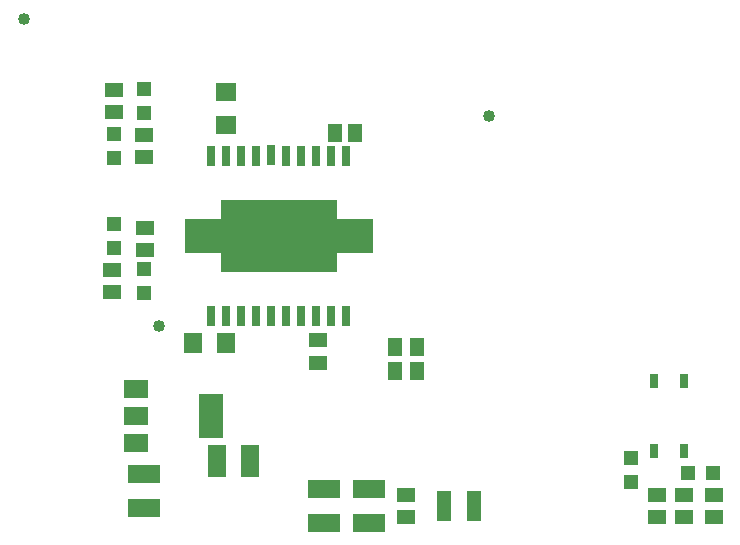
<source format=gtp>
G75*
%MOIN*%
%OFA0B0*%
%FSLAX25Y25*%
%IPPOS*%
%LPD*%
%AMOC8*
5,1,8,0,0,1.08239X$1,22.5*
%
%ADD10R,0.06299X0.10630*%
%ADD11R,0.10630X0.06299*%
%ADD12R,0.05906X0.05118*%
%ADD13R,0.05118X0.05906*%
%ADD14C,0.04000*%
%ADD15R,0.02500X0.07000*%
%ADD16R,0.02500X0.06500*%
%ADD17R,0.38600X0.24400*%
%ADD18R,0.12000X0.11500*%
%ADD19R,0.07900X0.05900*%
%ADD20R,0.07900X0.15000*%
%ADD21R,0.03150X0.04724*%
%ADD22R,0.04724X0.04724*%
%ADD23R,0.06299X0.07098*%
%ADD24R,0.07098X0.06299*%
%ADD25R,0.05000X0.10000*%
D10*
X0098061Y0045000D03*
X0109085Y0045000D03*
D11*
X0133573Y0035512D03*
X0133573Y0024488D03*
X0148573Y0024488D03*
X0148573Y0035512D03*
X0073573Y0040512D03*
X0073573Y0029488D03*
D12*
X0131573Y0077760D03*
X0131573Y0085240D03*
X0074073Y0115260D03*
X0074073Y0122740D03*
X0063073Y0108740D03*
X0063073Y0101260D03*
X0073573Y0146260D03*
X0073573Y0153740D03*
X0063573Y0161260D03*
X0063573Y0168740D03*
X0161073Y0033740D03*
X0161073Y0026260D03*
X0244573Y0026260D03*
X0244573Y0033740D03*
X0253573Y0033740D03*
X0253573Y0026260D03*
X0263573Y0026260D03*
X0263573Y0033740D03*
D13*
X0164813Y0075000D03*
X0157333Y0075000D03*
X0157333Y0083000D03*
X0164813Y0083000D03*
X0143919Y0154500D03*
X0137226Y0154500D03*
D14*
X0188573Y0160000D03*
X0078573Y0090000D03*
X0033573Y0192500D03*
D15*
X0096073Y0146700D03*
X0101073Y0146700D03*
X0106073Y0146700D03*
X0111073Y0146700D03*
X0121073Y0146700D03*
X0126073Y0146700D03*
X0131073Y0146700D03*
X0136073Y0146700D03*
X0141073Y0146700D03*
X0141073Y0093300D03*
X0136073Y0093300D03*
X0131073Y0093300D03*
X0126073Y0093300D03*
X0121073Y0093300D03*
X0116073Y0093300D03*
X0111073Y0093300D03*
X0106073Y0093300D03*
X0101073Y0093300D03*
X0096073Y0093300D03*
D16*
X0116073Y0146900D03*
D17*
X0118573Y0120000D03*
D18*
X0143873Y0120000D03*
X0093273Y0120000D03*
D19*
X0071173Y0050900D03*
X0071173Y0059900D03*
X0071173Y0068900D03*
D20*
X0095973Y0060000D03*
D21*
X0243573Y0048189D03*
X0253573Y0048189D03*
X0253573Y0071811D03*
X0243573Y0071811D03*
D22*
X0236073Y0046134D03*
X0236073Y0037866D03*
X0254939Y0041000D03*
X0263207Y0041000D03*
X0073573Y0100866D03*
X0073573Y0109134D03*
X0063573Y0115866D03*
X0063573Y0124134D03*
X0063573Y0145866D03*
X0063573Y0154134D03*
X0073573Y0160866D03*
X0073573Y0169134D03*
D23*
X0089974Y0084500D03*
X0101171Y0084500D03*
D24*
X0101073Y0156902D03*
X0101073Y0168098D03*
D25*
X0173573Y0030000D03*
X0183573Y0030000D03*
M02*

</source>
